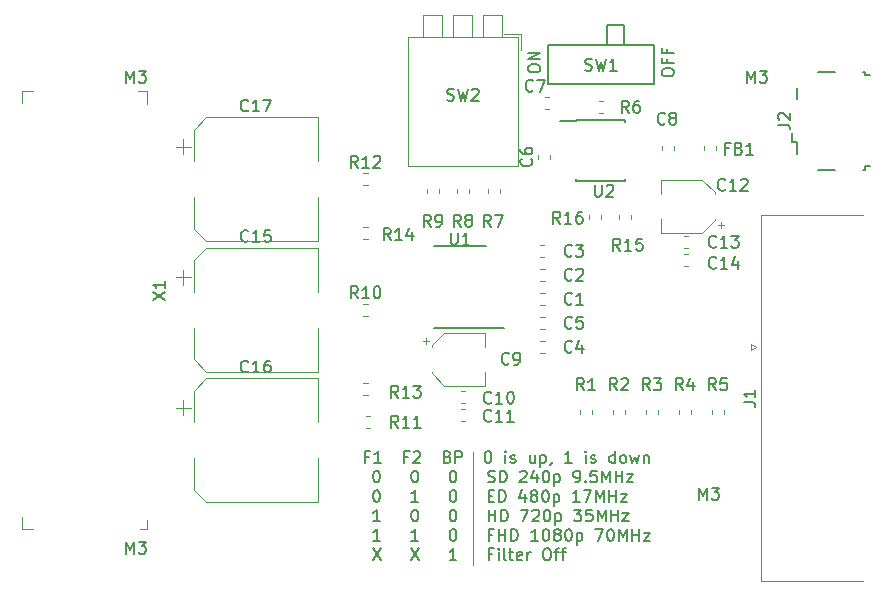
<source format=gto>
G04 #@! TF.GenerationSoftware,KiCad,Pcbnew,(5.1.0)-1*
G04 #@! TF.CreationDate,2019-03-24T00:08:19-04:00*
G04 #@! TF.ProjectId,vga2dvi,76676132-6476-4692-9e6b-696361645f70,rev?*
G04 #@! TF.SameCoordinates,Original*
G04 #@! TF.FileFunction,Legend,Top*
G04 #@! TF.FilePolarity,Positive*
%FSLAX46Y46*%
G04 Gerber Fmt 4.6, Leading zero omitted, Abs format (unit mm)*
G04 Created by KiCad (PCBNEW (5.1.0)-1) date 2019-03-24 00:08:19*
%MOMM*%
%LPD*%
G04 APERTURE LIST*
%ADD10C,0.120000*%
%ADD11C,0.150000*%
%ADD12C,0.127000*%
%ADD13C,0.100000*%
G04 APERTURE END LIST*
D10*
X130175000Y-115570000D02*
X130175000Y-125095000D01*
D11*
X121318928Y-115945571D02*
X120985595Y-115945571D01*
X120985595Y-116469380D02*
X120985595Y-115469380D01*
X121461785Y-115469380D01*
X122366547Y-116469380D02*
X121795119Y-116469380D01*
X122080833Y-116469380D02*
X122080833Y-115469380D01*
X121985595Y-115612238D01*
X121890357Y-115707476D01*
X121795119Y-115755095D01*
X124652261Y-115945571D02*
X124318928Y-115945571D01*
X124318928Y-116469380D02*
X124318928Y-115469380D01*
X124795119Y-115469380D01*
X125128452Y-115564619D02*
X125176071Y-115517000D01*
X125271309Y-115469380D01*
X125509404Y-115469380D01*
X125604642Y-115517000D01*
X125652261Y-115564619D01*
X125699880Y-115659857D01*
X125699880Y-115755095D01*
X125652261Y-115897952D01*
X125080833Y-116469380D01*
X125699880Y-116469380D01*
X127985595Y-115945571D02*
X128128452Y-115993190D01*
X128176071Y-116040809D01*
X128223690Y-116136047D01*
X128223690Y-116278904D01*
X128176071Y-116374142D01*
X128128452Y-116421761D01*
X128033214Y-116469380D01*
X127652261Y-116469380D01*
X127652261Y-115469380D01*
X127985595Y-115469380D01*
X128080833Y-115517000D01*
X128128452Y-115564619D01*
X128176071Y-115659857D01*
X128176071Y-115755095D01*
X128128452Y-115850333D01*
X128080833Y-115897952D01*
X127985595Y-115945571D01*
X127652261Y-115945571D01*
X128652261Y-116469380D02*
X128652261Y-115469380D01*
X129033214Y-115469380D01*
X129128452Y-115517000D01*
X129176071Y-115564619D01*
X129223690Y-115659857D01*
X129223690Y-115802714D01*
X129176071Y-115897952D01*
X129128452Y-115945571D01*
X129033214Y-115993190D01*
X128652261Y-115993190D01*
X131366547Y-115469380D02*
X131461785Y-115469380D01*
X131557023Y-115517000D01*
X131604642Y-115564619D01*
X131652261Y-115659857D01*
X131699880Y-115850333D01*
X131699880Y-116088428D01*
X131652261Y-116278904D01*
X131604642Y-116374142D01*
X131557023Y-116421761D01*
X131461785Y-116469380D01*
X131366547Y-116469380D01*
X131271309Y-116421761D01*
X131223690Y-116374142D01*
X131176071Y-116278904D01*
X131128452Y-116088428D01*
X131128452Y-115850333D01*
X131176071Y-115659857D01*
X131223690Y-115564619D01*
X131271309Y-115517000D01*
X131366547Y-115469380D01*
X132890357Y-116469380D02*
X132890357Y-115802714D01*
X132890357Y-115469380D02*
X132842738Y-115517000D01*
X132890357Y-115564619D01*
X132937976Y-115517000D01*
X132890357Y-115469380D01*
X132890357Y-115564619D01*
X133318928Y-116421761D02*
X133414166Y-116469380D01*
X133604642Y-116469380D01*
X133699880Y-116421761D01*
X133747500Y-116326523D01*
X133747500Y-116278904D01*
X133699880Y-116183666D01*
X133604642Y-116136047D01*
X133461785Y-116136047D01*
X133366547Y-116088428D01*
X133318928Y-115993190D01*
X133318928Y-115945571D01*
X133366547Y-115850333D01*
X133461785Y-115802714D01*
X133604642Y-115802714D01*
X133699880Y-115850333D01*
X135366547Y-115802714D02*
X135366547Y-116469380D01*
X134937976Y-115802714D02*
X134937976Y-116326523D01*
X134985595Y-116421761D01*
X135080833Y-116469380D01*
X135223690Y-116469380D01*
X135318928Y-116421761D01*
X135366547Y-116374142D01*
X135842738Y-115802714D02*
X135842738Y-116802714D01*
X135842738Y-115850333D02*
X135937976Y-115802714D01*
X136128452Y-115802714D01*
X136223690Y-115850333D01*
X136271309Y-115897952D01*
X136318928Y-115993190D01*
X136318928Y-116278904D01*
X136271309Y-116374142D01*
X136223690Y-116421761D01*
X136128452Y-116469380D01*
X135937976Y-116469380D01*
X135842738Y-116421761D01*
X136795119Y-116421761D02*
X136795119Y-116469380D01*
X136747500Y-116564619D01*
X136699880Y-116612238D01*
X138509404Y-116469380D02*
X137937976Y-116469380D01*
X138223690Y-116469380D02*
X138223690Y-115469380D01*
X138128452Y-115612238D01*
X138033214Y-115707476D01*
X137937976Y-115755095D01*
X139699880Y-116469380D02*
X139699880Y-115802714D01*
X139699880Y-115469380D02*
X139652261Y-115517000D01*
X139699880Y-115564619D01*
X139747500Y-115517000D01*
X139699880Y-115469380D01*
X139699880Y-115564619D01*
X140128452Y-116421761D02*
X140223690Y-116469380D01*
X140414166Y-116469380D01*
X140509404Y-116421761D01*
X140557023Y-116326523D01*
X140557023Y-116278904D01*
X140509404Y-116183666D01*
X140414166Y-116136047D01*
X140271309Y-116136047D01*
X140176071Y-116088428D01*
X140128452Y-115993190D01*
X140128452Y-115945571D01*
X140176071Y-115850333D01*
X140271309Y-115802714D01*
X140414166Y-115802714D01*
X140509404Y-115850333D01*
X142176071Y-116469380D02*
X142176071Y-115469380D01*
X142176071Y-116421761D02*
X142080833Y-116469380D01*
X141890357Y-116469380D01*
X141795119Y-116421761D01*
X141747500Y-116374142D01*
X141699880Y-116278904D01*
X141699880Y-115993190D01*
X141747500Y-115897952D01*
X141795119Y-115850333D01*
X141890357Y-115802714D01*
X142080833Y-115802714D01*
X142176071Y-115850333D01*
X142795119Y-116469380D02*
X142699880Y-116421761D01*
X142652261Y-116374142D01*
X142604642Y-116278904D01*
X142604642Y-115993190D01*
X142652261Y-115897952D01*
X142699880Y-115850333D01*
X142795119Y-115802714D01*
X142937976Y-115802714D01*
X143033214Y-115850333D01*
X143080833Y-115897952D01*
X143128452Y-115993190D01*
X143128452Y-116278904D01*
X143080833Y-116374142D01*
X143033214Y-116421761D01*
X142937976Y-116469380D01*
X142795119Y-116469380D01*
X143461785Y-115802714D02*
X143652261Y-116469380D01*
X143842738Y-115993190D01*
X144033214Y-116469380D01*
X144223690Y-115802714D01*
X144604642Y-115802714D02*
X144604642Y-116469380D01*
X144604642Y-115897952D02*
X144652261Y-115850333D01*
X144747500Y-115802714D01*
X144890357Y-115802714D01*
X144985595Y-115850333D01*
X145033214Y-115945571D01*
X145033214Y-116469380D01*
X121937976Y-117119380D02*
X122033214Y-117119380D01*
X122128452Y-117167000D01*
X122176071Y-117214619D01*
X122223690Y-117309857D01*
X122271309Y-117500333D01*
X122271309Y-117738428D01*
X122223690Y-117928904D01*
X122176071Y-118024142D01*
X122128452Y-118071761D01*
X122033214Y-118119380D01*
X121937976Y-118119380D01*
X121842738Y-118071761D01*
X121795119Y-118024142D01*
X121747500Y-117928904D01*
X121699880Y-117738428D01*
X121699880Y-117500333D01*
X121747500Y-117309857D01*
X121795119Y-117214619D01*
X121842738Y-117167000D01*
X121937976Y-117119380D01*
X125176071Y-117119380D02*
X125271309Y-117119380D01*
X125366547Y-117167000D01*
X125414166Y-117214619D01*
X125461785Y-117309857D01*
X125509404Y-117500333D01*
X125509404Y-117738428D01*
X125461785Y-117928904D01*
X125414166Y-118024142D01*
X125366547Y-118071761D01*
X125271309Y-118119380D01*
X125176071Y-118119380D01*
X125080833Y-118071761D01*
X125033214Y-118024142D01*
X124985595Y-117928904D01*
X124937976Y-117738428D01*
X124937976Y-117500333D01*
X124985595Y-117309857D01*
X125033214Y-117214619D01*
X125080833Y-117167000D01*
X125176071Y-117119380D01*
X128414166Y-117119380D02*
X128509404Y-117119380D01*
X128604642Y-117167000D01*
X128652261Y-117214619D01*
X128699880Y-117309857D01*
X128747500Y-117500333D01*
X128747500Y-117738428D01*
X128699880Y-117928904D01*
X128652261Y-118024142D01*
X128604642Y-118071761D01*
X128509404Y-118119380D01*
X128414166Y-118119380D01*
X128318928Y-118071761D01*
X128271309Y-118024142D01*
X128223690Y-117928904D01*
X128176071Y-117738428D01*
X128176071Y-117500333D01*
X128223690Y-117309857D01*
X128271309Y-117214619D01*
X128318928Y-117167000D01*
X128414166Y-117119380D01*
X131414166Y-118071761D02*
X131557023Y-118119380D01*
X131795119Y-118119380D01*
X131890357Y-118071761D01*
X131937976Y-118024142D01*
X131985595Y-117928904D01*
X131985595Y-117833666D01*
X131937976Y-117738428D01*
X131890357Y-117690809D01*
X131795119Y-117643190D01*
X131604642Y-117595571D01*
X131509404Y-117547952D01*
X131461785Y-117500333D01*
X131414166Y-117405095D01*
X131414166Y-117309857D01*
X131461785Y-117214619D01*
X131509404Y-117167000D01*
X131604642Y-117119380D01*
X131842738Y-117119380D01*
X131985595Y-117167000D01*
X132414166Y-118119380D02*
X132414166Y-117119380D01*
X132652261Y-117119380D01*
X132795119Y-117167000D01*
X132890357Y-117262238D01*
X132937976Y-117357476D01*
X132985595Y-117547952D01*
X132985595Y-117690809D01*
X132937976Y-117881285D01*
X132890357Y-117976523D01*
X132795119Y-118071761D01*
X132652261Y-118119380D01*
X132414166Y-118119380D01*
X134128452Y-117214619D02*
X134176071Y-117167000D01*
X134271309Y-117119380D01*
X134509404Y-117119380D01*
X134604642Y-117167000D01*
X134652261Y-117214619D01*
X134699880Y-117309857D01*
X134699880Y-117405095D01*
X134652261Y-117547952D01*
X134080833Y-118119380D01*
X134699880Y-118119380D01*
X135557023Y-117452714D02*
X135557023Y-118119380D01*
X135318928Y-117071761D02*
X135080833Y-117786047D01*
X135699880Y-117786047D01*
X136271309Y-117119380D02*
X136366547Y-117119380D01*
X136461785Y-117167000D01*
X136509404Y-117214619D01*
X136557023Y-117309857D01*
X136604642Y-117500333D01*
X136604642Y-117738428D01*
X136557023Y-117928904D01*
X136509404Y-118024142D01*
X136461785Y-118071761D01*
X136366547Y-118119380D01*
X136271309Y-118119380D01*
X136176071Y-118071761D01*
X136128452Y-118024142D01*
X136080833Y-117928904D01*
X136033214Y-117738428D01*
X136033214Y-117500333D01*
X136080833Y-117309857D01*
X136128452Y-117214619D01*
X136176071Y-117167000D01*
X136271309Y-117119380D01*
X137033214Y-117452714D02*
X137033214Y-118452714D01*
X137033214Y-117500333D02*
X137128452Y-117452714D01*
X137318928Y-117452714D01*
X137414166Y-117500333D01*
X137461785Y-117547952D01*
X137509404Y-117643190D01*
X137509404Y-117928904D01*
X137461785Y-118024142D01*
X137414166Y-118071761D01*
X137318928Y-118119380D01*
X137128452Y-118119380D01*
X137033214Y-118071761D01*
X138747500Y-118119380D02*
X138937976Y-118119380D01*
X139033214Y-118071761D01*
X139080833Y-118024142D01*
X139176071Y-117881285D01*
X139223690Y-117690809D01*
X139223690Y-117309857D01*
X139176071Y-117214619D01*
X139128452Y-117167000D01*
X139033214Y-117119380D01*
X138842738Y-117119380D01*
X138747500Y-117167000D01*
X138699880Y-117214619D01*
X138652261Y-117309857D01*
X138652261Y-117547952D01*
X138699880Y-117643190D01*
X138747500Y-117690809D01*
X138842738Y-117738428D01*
X139033214Y-117738428D01*
X139128452Y-117690809D01*
X139176071Y-117643190D01*
X139223690Y-117547952D01*
X139652261Y-118024142D02*
X139699880Y-118071761D01*
X139652261Y-118119380D01*
X139604642Y-118071761D01*
X139652261Y-118024142D01*
X139652261Y-118119380D01*
X140604642Y-117119380D02*
X140128452Y-117119380D01*
X140080833Y-117595571D01*
X140128452Y-117547952D01*
X140223690Y-117500333D01*
X140461785Y-117500333D01*
X140557023Y-117547952D01*
X140604642Y-117595571D01*
X140652261Y-117690809D01*
X140652261Y-117928904D01*
X140604642Y-118024142D01*
X140557023Y-118071761D01*
X140461785Y-118119380D01*
X140223690Y-118119380D01*
X140128452Y-118071761D01*
X140080833Y-118024142D01*
X141080833Y-118119380D02*
X141080833Y-117119380D01*
X141414166Y-117833666D01*
X141747500Y-117119380D01*
X141747500Y-118119380D01*
X142223690Y-118119380D02*
X142223690Y-117119380D01*
X142223690Y-117595571D02*
X142795119Y-117595571D01*
X142795119Y-118119380D02*
X142795119Y-117119380D01*
X143176071Y-117452714D02*
X143699880Y-117452714D01*
X143176071Y-118119380D01*
X143699880Y-118119380D01*
X121937976Y-118769380D02*
X122033214Y-118769380D01*
X122128452Y-118817000D01*
X122176071Y-118864619D01*
X122223690Y-118959857D01*
X122271309Y-119150333D01*
X122271309Y-119388428D01*
X122223690Y-119578904D01*
X122176071Y-119674142D01*
X122128452Y-119721761D01*
X122033214Y-119769380D01*
X121937976Y-119769380D01*
X121842738Y-119721761D01*
X121795119Y-119674142D01*
X121747500Y-119578904D01*
X121699880Y-119388428D01*
X121699880Y-119150333D01*
X121747500Y-118959857D01*
X121795119Y-118864619D01*
X121842738Y-118817000D01*
X121937976Y-118769380D01*
X125509404Y-119769380D02*
X124937976Y-119769380D01*
X125223690Y-119769380D02*
X125223690Y-118769380D01*
X125128452Y-118912238D01*
X125033214Y-119007476D01*
X124937976Y-119055095D01*
X128414166Y-118769380D02*
X128509404Y-118769380D01*
X128604642Y-118817000D01*
X128652261Y-118864619D01*
X128699880Y-118959857D01*
X128747500Y-119150333D01*
X128747500Y-119388428D01*
X128699880Y-119578904D01*
X128652261Y-119674142D01*
X128604642Y-119721761D01*
X128509404Y-119769380D01*
X128414166Y-119769380D01*
X128318928Y-119721761D01*
X128271309Y-119674142D01*
X128223690Y-119578904D01*
X128176071Y-119388428D01*
X128176071Y-119150333D01*
X128223690Y-118959857D01*
X128271309Y-118864619D01*
X128318928Y-118817000D01*
X128414166Y-118769380D01*
X131461785Y-119245571D02*
X131795119Y-119245571D01*
X131937976Y-119769380D02*
X131461785Y-119769380D01*
X131461785Y-118769380D01*
X131937976Y-118769380D01*
X132366547Y-119769380D02*
X132366547Y-118769380D01*
X132604642Y-118769380D01*
X132747500Y-118817000D01*
X132842738Y-118912238D01*
X132890357Y-119007476D01*
X132937976Y-119197952D01*
X132937976Y-119340809D01*
X132890357Y-119531285D01*
X132842738Y-119626523D01*
X132747500Y-119721761D01*
X132604642Y-119769380D01*
X132366547Y-119769380D01*
X134557023Y-119102714D02*
X134557023Y-119769380D01*
X134318928Y-118721761D02*
X134080833Y-119436047D01*
X134699880Y-119436047D01*
X135223690Y-119197952D02*
X135128452Y-119150333D01*
X135080833Y-119102714D01*
X135033214Y-119007476D01*
X135033214Y-118959857D01*
X135080833Y-118864619D01*
X135128452Y-118817000D01*
X135223690Y-118769380D01*
X135414166Y-118769380D01*
X135509404Y-118817000D01*
X135557023Y-118864619D01*
X135604642Y-118959857D01*
X135604642Y-119007476D01*
X135557023Y-119102714D01*
X135509404Y-119150333D01*
X135414166Y-119197952D01*
X135223690Y-119197952D01*
X135128452Y-119245571D01*
X135080833Y-119293190D01*
X135033214Y-119388428D01*
X135033214Y-119578904D01*
X135080833Y-119674142D01*
X135128452Y-119721761D01*
X135223690Y-119769380D01*
X135414166Y-119769380D01*
X135509404Y-119721761D01*
X135557023Y-119674142D01*
X135604642Y-119578904D01*
X135604642Y-119388428D01*
X135557023Y-119293190D01*
X135509404Y-119245571D01*
X135414166Y-119197952D01*
X136223690Y-118769380D02*
X136318928Y-118769380D01*
X136414166Y-118817000D01*
X136461785Y-118864619D01*
X136509404Y-118959857D01*
X136557023Y-119150333D01*
X136557023Y-119388428D01*
X136509404Y-119578904D01*
X136461785Y-119674142D01*
X136414166Y-119721761D01*
X136318928Y-119769380D01*
X136223690Y-119769380D01*
X136128452Y-119721761D01*
X136080833Y-119674142D01*
X136033214Y-119578904D01*
X135985595Y-119388428D01*
X135985595Y-119150333D01*
X136033214Y-118959857D01*
X136080833Y-118864619D01*
X136128452Y-118817000D01*
X136223690Y-118769380D01*
X136985595Y-119102714D02*
X136985595Y-120102714D01*
X136985595Y-119150333D02*
X137080833Y-119102714D01*
X137271309Y-119102714D01*
X137366547Y-119150333D01*
X137414166Y-119197952D01*
X137461785Y-119293190D01*
X137461785Y-119578904D01*
X137414166Y-119674142D01*
X137366547Y-119721761D01*
X137271309Y-119769380D01*
X137080833Y-119769380D01*
X136985595Y-119721761D01*
X139176071Y-119769380D02*
X138604642Y-119769380D01*
X138890357Y-119769380D02*
X138890357Y-118769380D01*
X138795119Y-118912238D01*
X138699880Y-119007476D01*
X138604642Y-119055095D01*
X139509404Y-118769380D02*
X140176071Y-118769380D01*
X139747500Y-119769380D01*
X140557023Y-119769380D02*
X140557023Y-118769380D01*
X140890357Y-119483666D01*
X141223690Y-118769380D01*
X141223690Y-119769380D01*
X141699880Y-119769380D02*
X141699880Y-118769380D01*
X141699880Y-119245571D02*
X142271309Y-119245571D01*
X142271309Y-119769380D02*
X142271309Y-118769380D01*
X142652261Y-119102714D02*
X143176071Y-119102714D01*
X142652261Y-119769380D01*
X143176071Y-119769380D01*
X122271309Y-121419380D02*
X121699880Y-121419380D01*
X121985595Y-121419380D02*
X121985595Y-120419380D01*
X121890357Y-120562238D01*
X121795119Y-120657476D01*
X121699880Y-120705095D01*
X125176071Y-120419380D02*
X125271309Y-120419380D01*
X125366547Y-120467000D01*
X125414166Y-120514619D01*
X125461785Y-120609857D01*
X125509404Y-120800333D01*
X125509404Y-121038428D01*
X125461785Y-121228904D01*
X125414166Y-121324142D01*
X125366547Y-121371761D01*
X125271309Y-121419380D01*
X125176071Y-121419380D01*
X125080833Y-121371761D01*
X125033214Y-121324142D01*
X124985595Y-121228904D01*
X124937976Y-121038428D01*
X124937976Y-120800333D01*
X124985595Y-120609857D01*
X125033214Y-120514619D01*
X125080833Y-120467000D01*
X125176071Y-120419380D01*
X128414166Y-120419380D02*
X128509404Y-120419380D01*
X128604642Y-120467000D01*
X128652261Y-120514619D01*
X128699880Y-120609857D01*
X128747500Y-120800333D01*
X128747500Y-121038428D01*
X128699880Y-121228904D01*
X128652261Y-121324142D01*
X128604642Y-121371761D01*
X128509404Y-121419380D01*
X128414166Y-121419380D01*
X128318928Y-121371761D01*
X128271309Y-121324142D01*
X128223690Y-121228904D01*
X128176071Y-121038428D01*
X128176071Y-120800333D01*
X128223690Y-120609857D01*
X128271309Y-120514619D01*
X128318928Y-120467000D01*
X128414166Y-120419380D01*
X131461785Y-121419380D02*
X131461785Y-120419380D01*
X131461785Y-120895571D02*
X132033214Y-120895571D01*
X132033214Y-121419380D02*
X132033214Y-120419380D01*
X132509404Y-121419380D02*
X132509404Y-120419380D01*
X132747500Y-120419380D01*
X132890357Y-120467000D01*
X132985595Y-120562238D01*
X133033214Y-120657476D01*
X133080833Y-120847952D01*
X133080833Y-120990809D01*
X133033214Y-121181285D01*
X132985595Y-121276523D01*
X132890357Y-121371761D01*
X132747500Y-121419380D01*
X132509404Y-121419380D01*
X134176071Y-120419380D02*
X134842738Y-120419380D01*
X134414166Y-121419380D01*
X135176071Y-120514619D02*
X135223690Y-120467000D01*
X135318928Y-120419380D01*
X135557023Y-120419380D01*
X135652261Y-120467000D01*
X135699880Y-120514619D01*
X135747500Y-120609857D01*
X135747500Y-120705095D01*
X135699880Y-120847952D01*
X135128452Y-121419380D01*
X135747500Y-121419380D01*
X136366547Y-120419380D02*
X136461785Y-120419380D01*
X136557023Y-120467000D01*
X136604642Y-120514619D01*
X136652261Y-120609857D01*
X136699880Y-120800333D01*
X136699880Y-121038428D01*
X136652261Y-121228904D01*
X136604642Y-121324142D01*
X136557023Y-121371761D01*
X136461785Y-121419380D01*
X136366547Y-121419380D01*
X136271309Y-121371761D01*
X136223690Y-121324142D01*
X136176071Y-121228904D01*
X136128452Y-121038428D01*
X136128452Y-120800333D01*
X136176071Y-120609857D01*
X136223690Y-120514619D01*
X136271309Y-120467000D01*
X136366547Y-120419380D01*
X137128452Y-120752714D02*
X137128452Y-121752714D01*
X137128452Y-120800333D02*
X137223690Y-120752714D01*
X137414166Y-120752714D01*
X137509404Y-120800333D01*
X137557023Y-120847952D01*
X137604642Y-120943190D01*
X137604642Y-121228904D01*
X137557023Y-121324142D01*
X137509404Y-121371761D01*
X137414166Y-121419380D01*
X137223690Y-121419380D01*
X137128452Y-121371761D01*
X138699880Y-120419380D02*
X139318928Y-120419380D01*
X138985595Y-120800333D01*
X139128452Y-120800333D01*
X139223690Y-120847952D01*
X139271309Y-120895571D01*
X139318928Y-120990809D01*
X139318928Y-121228904D01*
X139271309Y-121324142D01*
X139223690Y-121371761D01*
X139128452Y-121419380D01*
X138842738Y-121419380D01*
X138747500Y-121371761D01*
X138699880Y-121324142D01*
X140223690Y-120419380D02*
X139747500Y-120419380D01*
X139699880Y-120895571D01*
X139747500Y-120847952D01*
X139842738Y-120800333D01*
X140080833Y-120800333D01*
X140176071Y-120847952D01*
X140223690Y-120895571D01*
X140271309Y-120990809D01*
X140271309Y-121228904D01*
X140223690Y-121324142D01*
X140176071Y-121371761D01*
X140080833Y-121419380D01*
X139842738Y-121419380D01*
X139747500Y-121371761D01*
X139699880Y-121324142D01*
X140699880Y-121419380D02*
X140699880Y-120419380D01*
X141033214Y-121133666D01*
X141366547Y-120419380D01*
X141366547Y-121419380D01*
X141842738Y-121419380D02*
X141842738Y-120419380D01*
X141842738Y-120895571D02*
X142414166Y-120895571D01*
X142414166Y-121419380D02*
X142414166Y-120419380D01*
X142795119Y-120752714D02*
X143318928Y-120752714D01*
X142795119Y-121419380D01*
X143318928Y-121419380D01*
X122271309Y-123069380D02*
X121699880Y-123069380D01*
X121985595Y-123069380D02*
X121985595Y-122069380D01*
X121890357Y-122212238D01*
X121795119Y-122307476D01*
X121699880Y-122355095D01*
X125509404Y-123069380D02*
X124937976Y-123069380D01*
X125223690Y-123069380D02*
X125223690Y-122069380D01*
X125128452Y-122212238D01*
X125033214Y-122307476D01*
X124937976Y-122355095D01*
X128414166Y-122069380D02*
X128509404Y-122069380D01*
X128604642Y-122117000D01*
X128652261Y-122164619D01*
X128699880Y-122259857D01*
X128747500Y-122450333D01*
X128747500Y-122688428D01*
X128699880Y-122878904D01*
X128652261Y-122974142D01*
X128604642Y-123021761D01*
X128509404Y-123069380D01*
X128414166Y-123069380D01*
X128318928Y-123021761D01*
X128271309Y-122974142D01*
X128223690Y-122878904D01*
X128176071Y-122688428D01*
X128176071Y-122450333D01*
X128223690Y-122259857D01*
X128271309Y-122164619D01*
X128318928Y-122117000D01*
X128414166Y-122069380D01*
X131795119Y-122545571D02*
X131461785Y-122545571D01*
X131461785Y-123069380D02*
X131461785Y-122069380D01*
X131937976Y-122069380D01*
X132318928Y-123069380D02*
X132318928Y-122069380D01*
X132318928Y-122545571D02*
X132890357Y-122545571D01*
X132890357Y-123069380D02*
X132890357Y-122069380D01*
X133366547Y-123069380D02*
X133366547Y-122069380D01*
X133604642Y-122069380D01*
X133747500Y-122117000D01*
X133842738Y-122212238D01*
X133890357Y-122307476D01*
X133937976Y-122497952D01*
X133937976Y-122640809D01*
X133890357Y-122831285D01*
X133842738Y-122926523D01*
X133747500Y-123021761D01*
X133604642Y-123069380D01*
X133366547Y-123069380D01*
X135652261Y-123069380D02*
X135080833Y-123069380D01*
X135366547Y-123069380D02*
X135366547Y-122069380D01*
X135271309Y-122212238D01*
X135176071Y-122307476D01*
X135080833Y-122355095D01*
X136271309Y-122069380D02*
X136366547Y-122069380D01*
X136461785Y-122117000D01*
X136509404Y-122164619D01*
X136557023Y-122259857D01*
X136604642Y-122450333D01*
X136604642Y-122688428D01*
X136557023Y-122878904D01*
X136509404Y-122974142D01*
X136461785Y-123021761D01*
X136366547Y-123069380D01*
X136271309Y-123069380D01*
X136176071Y-123021761D01*
X136128452Y-122974142D01*
X136080833Y-122878904D01*
X136033214Y-122688428D01*
X136033214Y-122450333D01*
X136080833Y-122259857D01*
X136128452Y-122164619D01*
X136176071Y-122117000D01*
X136271309Y-122069380D01*
X137176071Y-122497952D02*
X137080833Y-122450333D01*
X137033214Y-122402714D01*
X136985595Y-122307476D01*
X136985595Y-122259857D01*
X137033214Y-122164619D01*
X137080833Y-122117000D01*
X137176071Y-122069380D01*
X137366547Y-122069380D01*
X137461785Y-122117000D01*
X137509404Y-122164619D01*
X137557023Y-122259857D01*
X137557023Y-122307476D01*
X137509404Y-122402714D01*
X137461785Y-122450333D01*
X137366547Y-122497952D01*
X137176071Y-122497952D01*
X137080833Y-122545571D01*
X137033214Y-122593190D01*
X136985595Y-122688428D01*
X136985595Y-122878904D01*
X137033214Y-122974142D01*
X137080833Y-123021761D01*
X137176071Y-123069380D01*
X137366547Y-123069380D01*
X137461785Y-123021761D01*
X137509404Y-122974142D01*
X137557023Y-122878904D01*
X137557023Y-122688428D01*
X137509404Y-122593190D01*
X137461785Y-122545571D01*
X137366547Y-122497952D01*
X138176071Y-122069380D02*
X138271309Y-122069380D01*
X138366547Y-122117000D01*
X138414166Y-122164619D01*
X138461785Y-122259857D01*
X138509404Y-122450333D01*
X138509404Y-122688428D01*
X138461785Y-122878904D01*
X138414166Y-122974142D01*
X138366547Y-123021761D01*
X138271309Y-123069380D01*
X138176071Y-123069380D01*
X138080833Y-123021761D01*
X138033214Y-122974142D01*
X137985595Y-122878904D01*
X137937976Y-122688428D01*
X137937976Y-122450333D01*
X137985595Y-122259857D01*
X138033214Y-122164619D01*
X138080833Y-122117000D01*
X138176071Y-122069380D01*
X138937976Y-122402714D02*
X138937976Y-123402714D01*
X138937976Y-122450333D02*
X139033214Y-122402714D01*
X139223690Y-122402714D01*
X139318928Y-122450333D01*
X139366547Y-122497952D01*
X139414166Y-122593190D01*
X139414166Y-122878904D01*
X139366547Y-122974142D01*
X139318928Y-123021761D01*
X139223690Y-123069380D01*
X139033214Y-123069380D01*
X138937976Y-123021761D01*
X140509404Y-122069380D02*
X141176071Y-122069380D01*
X140747500Y-123069380D01*
X141747500Y-122069380D02*
X141842738Y-122069380D01*
X141937976Y-122117000D01*
X141985595Y-122164619D01*
X142033214Y-122259857D01*
X142080833Y-122450333D01*
X142080833Y-122688428D01*
X142033214Y-122878904D01*
X141985595Y-122974142D01*
X141937976Y-123021761D01*
X141842738Y-123069380D01*
X141747500Y-123069380D01*
X141652261Y-123021761D01*
X141604642Y-122974142D01*
X141557023Y-122878904D01*
X141509404Y-122688428D01*
X141509404Y-122450333D01*
X141557023Y-122259857D01*
X141604642Y-122164619D01*
X141652261Y-122117000D01*
X141747500Y-122069380D01*
X142509404Y-123069380D02*
X142509404Y-122069380D01*
X142842738Y-122783666D01*
X143176071Y-122069380D01*
X143176071Y-123069380D01*
X143652261Y-123069380D02*
X143652261Y-122069380D01*
X143652261Y-122545571D02*
X144223690Y-122545571D01*
X144223690Y-123069380D02*
X144223690Y-122069380D01*
X144604642Y-122402714D02*
X145128452Y-122402714D01*
X144604642Y-123069380D01*
X145128452Y-123069380D01*
X121652261Y-123719380D02*
X122318928Y-124719380D01*
X122318928Y-123719380D02*
X121652261Y-124719380D01*
X124890357Y-123719380D02*
X125557023Y-124719380D01*
X125557023Y-123719380D02*
X124890357Y-124719380D01*
X128747500Y-124719380D02*
X128176071Y-124719380D01*
X128461785Y-124719380D02*
X128461785Y-123719380D01*
X128366547Y-123862238D01*
X128271309Y-123957476D01*
X128176071Y-124005095D01*
X131795119Y-124195571D02*
X131461785Y-124195571D01*
X131461785Y-124719380D02*
X131461785Y-123719380D01*
X131937976Y-123719380D01*
X132318928Y-124719380D02*
X132318928Y-124052714D01*
X132318928Y-123719380D02*
X132271309Y-123767000D01*
X132318928Y-123814619D01*
X132366547Y-123767000D01*
X132318928Y-123719380D01*
X132318928Y-123814619D01*
X132937976Y-124719380D02*
X132842738Y-124671761D01*
X132795119Y-124576523D01*
X132795119Y-123719380D01*
X133176071Y-124052714D02*
X133557023Y-124052714D01*
X133318928Y-123719380D02*
X133318928Y-124576523D01*
X133366547Y-124671761D01*
X133461785Y-124719380D01*
X133557023Y-124719380D01*
X134271309Y-124671761D02*
X134176071Y-124719380D01*
X133985595Y-124719380D01*
X133890357Y-124671761D01*
X133842738Y-124576523D01*
X133842738Y-124195571D01*
X133890357Y-124100333D01*
X133985595Y-124052714D01*
X134176071Y-124052714D01*
X134271309Y-124100333D01*
X134318928Y-124195571D01*
X134318928Y-124290809D01*
X133842738Y-124386047D01*
X134747500Y-124719380D02*
X134747500Y-124052714D01*
X134747500Y-124243190D02*
X134795119Y-124147952D01*
X134842738Y-124100333D01*
X134937976Y-124052714D01*
X135033214Y-124052714D01*
X136318928Y-123719380D02*
X136509404Y-123719380D01*
X136604642Y-123767000D01*
X136699880Y-123862238D01*
X136747500Y-124052714D01*
X136747500Y-124386047D01*
X136699880Y-124576523D01*
X136604642Y-124671761D01*
X136509404Y-124719380D01*
X136318928Y-124719380D01*
X136223690Y-124671761D01*
X136128452Y-124576523D01*
X136080833Y-124386047D01*
X136080833Y-124052714D01*
X136128452Y-123862238D01*
X136223690Y-123767000D01*
X136318928Y-123719380D01*
X137033214Y-124052714D02*
X137414166Y-124052714D01*
X137176071Y-124719380D02*
X137176071Y-123862238D01*
X137223690Y-123767000D01*
X137318928Y-123719380D01*
X137414166Y-123719380D01*
X137604642Y-124052714D02*
X137985595Y-124052714D01*
X137747500Y-124719380D02*
X137747500Y-123862238D01*
X137795119Y-123767000D01*
X137890357Y-123719380D01*
X137985595Y-123719380D01*
X146137380Y-83502380D02*
X146137380Y-83311904D01*
X146185000Y-83216666D01*
X146280238Y-83121428D01*
X146470714Y-83073809D01*
X146804047Y-83073809D01*
X146994523Y-83121428D01*
X147089761Y-83216666D01*
X147137380Y-83311904D01*
X147137380Y-83502380D01*
X147089761Y-83597619D01*
X146994523Y-83692857D01*
X146804047Y-83740476D01*
X146470714Y-83740476D01*
X146280238Y-83692857D01*
X146185000Y-83597619D01*
X146137380Y-83502380D01*
X146613571Y-82311904D02*
X146613571Y-82645238D01*
X147137380Y-82645238D02*
X146137380Y-82645238D01*
X146137380Y-82169047D01*
X146613571Y-81454761D02*
X146613571Y-81788095D01*
X147137380Y-81788095D02*
X146137380Y-81788095D01*
X146137380Y-81311904D01*
X134834380Y-83169047D02*
X134834380Y-82978571D01*
X134882000Y-82883333D01*
X134977238Y-82788095D01*
X135167714Y-82740476D01*
X135501047Y-82740476D01*
X135691523Y-82788095D01*
X135786761Y-82883333D01*
X135834380Y-82978571D01*
X135834380Y-83169047D01*
X135786761Y-83264285D01*
X135691523Y-83359523D01*
X135501047Y-83407142D01*
X135167714Y-83407142D01*
X134977238Y-83359523D01*
X134882000Y-83264285D01*
X134834380Y-83169047D01*
X135834380Y-82311904D02*
X134834380Y-82311904D01*
X135834380Y-81740476D01*
X134834380Y-81740476D01*
X139636666Y-83208761D02*
X139779523Y-83256380D01*
X140017619Y-83256380D01*
X140112857Y-83208761D01*
X140160476Y-83161142D01*
X140208095Y-83065904D01*
X140208095Y-82970666D01*
X140160476Y-82875428D01*
X140112857Y-82827809D01*
X140017619Y-82780190D01*
X139827142Y-82732571D01*
X139731904Y-82684952D01*
X139684285Y-82637333D01*
X139636666Y-82542095D01*
X139636666Y-82446857D01*
X139684285Y-82351619D01*
X139731904Y-82304000D01*
X139827142Y-82256380D01*
X140065238Y-82256380D01*
X140208095Y-82304000D01*
X140541428Y-82256380D02*
X140779523Y-83256380D01*
X140970000Y-82542095D01*
X141160476Y-83256380D01*
X141398571Y-82256380D01*
X142303333Y-83256380D02*
X141731904Y-83256380D01*
X142017619Y-83256380D02*
X142017619Y-82256380D01*
X141922380Y-82399238D01*
X141827142Y-82494476D01*
X141731904Y-82542095D01*
D10*
X163140000Y-126480000D02*
X154540000Y-126480000D01*
X154540000Y-126480000D02*
X154540000Y-95510000D01*
X154540000Y-95510000D02*
X163140000Y-95510000D01*
X153645662Y-106930000D02*
X153645662Y-106430000D01*
X153645662Y-106430000D02*
X154078675Y-106680000D01*
X154078675Y-106680000D02*
X153645662Y-106930000D01*
D12*
X145470000Y-84404000D02*
X136470000Y-84404000D01*
X136470000Y-84404000D02*
X136470000Y-81104000D01*
X136470000Y-81104000D02*
X141470000Y-81104000D01*
X141470000Y-81104000D02*
X142970000Y-81104000D01*
X142970000Y-81104000D02*
X145470000Y-81104000D01*
X145470000Y-81104000D02*
X145470000Y-84404000D01*
X142970000Y-81104000D02*
X142970000Y-79404000D01*
X142970000Y-79404000D02*
X141470000Y-79404000D01*
X141470000Y-79404000D02*
X141470000Y-81104000D01*
D10*
X135859733Y-103126000D02*
X136202267Y-103126000D01*
X135859733Y-102106000D02*
X136202267Y-102106000D01*
X135859733Y-100074000D02*
X136202267Y-100074000D01*
X135859733Y-101094000D02*
X136202267Y-101094000D01*
X135831733Y-99062000D02*
X136174267Y-99062000D01*
X135831733Y-98042000D02*
X136174267Y-98042000D01*
X135859733Y-106170000D02*
X136202267Y-106170000D01*
X135859733Y-107190000D02*
X136202267Y-107190000D01*
X135859733Y-105158000D02*
X136202267Y-105158000D01*
X135859733Y-104138000D02*
X136202267Y-104138000D01*
X136654000Y-90736267D02*
X136654000Y-90393733D01*
X135634000Y-90736267D02*
X135634000Y-90393733D01*
X136240733Y-85469000D02*
X136583267Y-85469000D01*
X136240733Y-86489000D02*
X136583267Y-86489000D01*
X146175000Y-89974267D02*
X146175000Y-89631733D01*
X147195000Y-89974267D02*
X147195000Y-89631733D01*
X126155000Y-105886000D02*
X126155000Y-106386000D01*
X125905000Y-106136000D02*
X126405000Y-106136000D01*
X126645000Y-108891563D02*
X127709437Y-109956000D01*
X126645000Y-106500437D02*
X127709437Y-105436000D01*
X126645000Y-106500437D02*
X126645000Y-106636000D01*
X126645000Y-108891563D02*
X126645000Y-108756000D01*
X127709437Y-109956000D02*
X131165000Y-109956000D01*
X127709437Y-105436000D02*
X131165000Y-105436000D01*
X131165000Y-105436000D02*
X131165000Y-106636000D01*
X131165000Y-109956000D02*
X131165000Y-108756000D01*
X129443267Y-110361000D02*
X129100733Y-110361000D01*
X129443267Y-111381000D02*
X129100733Y-111381000D01*
X129457267Y-112905000D02*
X129114733Y-112905000D01*
X129457267Y-111885000D02*
X129114733Y-111885000D01*
X146098000Y-92482000D02*
X146098000Y-93682000D01*
X146098000Y-97002000D02*
X146098000Y-95802000D01*
X149553563Y-97002000D02*
X146098000Y-97002000D01*
X149553563Y-92482000D02*
X146098000Y-92482000D01*
X150618000Y-93546437D02*
X150618000Y-93682000D01*
X150618000Y-95937563D02*
X150618000Y-95802000D01*
X150618000Y-95937563D02*
X149553563Y-97002000D01*
X150618000Y-93546437D02*
X149553563Y-92482000D01*
X151358000Y-96302000D02*
X150858000Y-96302000D01*
X151108000Y-96552000D02*
X151108000Y-96052000D01*
X148023733Y-98300000D02*
X148366267Y-98300000D01*
X148023733Y-97280000D02*
X148366267Y-97280000D01*
X148023733Y-98804000D02*
X148366267Y-98804000D01*
X148023733Y-99824000D02*
X148366267Y-99824000D01*
X117020000Y-108765000D02*
X117020000Y-105015000D01*
X117020000Y-98245000D02*
X117020000Y-101995000D01*
X107564437Y-98245000D02*
X117020000Y-98245000D01*
X107564437Y-108765000D02*
X117020000Y-108765000D01*
X106500000Y-107700563D02*
X106500000Y-105015000D01*
X106500000Y-99309437D02*
X106500000Y-101995000D01*
X106500000Y-99309437D02*
X107564437Y-98245000D01*
X106500000Y-107700563D02*
X107564437Y-108765000D01*
X105010000Y-100745000D02*
X106260000Y-100745000D01*
X105635000Y-100120000D02*
X105635000Y-101370000D01*
X105635000Y-111169000D02*
X105635000Y-112419000D01*
X105010000Y-111794000D02*
X106260000Y-111794000D01*
X106500000Y-118749563D02*
X107564437Y-119814000D01*
X106500000Y-110358437D02*
X107564437Y-109294000D01*
X106500000Y-110358437D02*
X106500000Y-113044000D01*
X106500000Y-118749563D02*
X106500000Y-116064000D01*
X107564437Y-119814000D02*
X117020000Y-119814000D01*
X107564437Y-109294000D02*
X117020000Y-109294000D01*
X117020000Y-109294000D02*
X117020000Y-113044000D01*
X117020000Y-119814000D02*
X117020000Y-116064000D01*
X117020000Y-97716000D02*
X117020000Y-93966000D01*
X117020000Y-87196000D02*
X117020000Y-90946000D01*
X107564437Y-87196000D02*
X117020000Y-87196000D01*
X107564437Y-97716000D02*
X117020000Y-97716000D01*
X106500000Y-96651563D02*
X106500000Y-93966000D01*
X106500000Y-88260437D02*
X106500000Y-90946000D01*
X106500000Y-88260437D02*
X107564437Y-87196000D01*
X106500000Y-96651563D02*
X107564437Y-97716000D01*
X105010000Y-89696000D02*
X106260000Y-89696000D01*
X105635000Y-89071000D02*
X105635000Y-90321000D01*
X149731000Y-89974267D02*
X149731000Y-89631733D01*
X150751000Y-89974267D02*
X150751000Y-89631733D01*
D11*
X159370000Y-91653000D02*
X160770000Y-91653000D01*
X163170000Y-91653000D02*
X163320000Y-91653000D01*
X163320000Y-91653000D02*
X163320000Y-91353000D01*
X163320000Y-91353000D02*
X163770000Y-91353000D01*
X163770000Y-83653000D02*
X163320000Y-83653000D01*
X163320000Y-83653000D02*
X163320000Y-83353000D01*
X163320000Y-83353000D02*
X163170000Y-83353000D01*
X160770000Y-83353000D02*
X159370000Y-83353000D01*
X157195000Y-88578000D02*
X157195000Y-89303000D01*
X157195000Y-89303000D02*
X157620000Y-89303000D01*
X157620000Y-89303000D02*
X157620000Y-90303000D01*
X157620000Y-85703000D02*
X157620000Y-84703000D01*
D10*
X139190000Y-112298267D02*
X139190000Y-111955733D01*
X140210000Y-112298267D02*
X140210000Y-111955733D01*
X141984000Y-112298267D02*
X141984000Y-111955733D01*
X143004000Y-112298267D02*
X143004000Y-111955733D01*
X145798000Y-112298267D02*
X145798000Y-111955733D01*
X144778000Y-112298267D02*
X144778000Y-111955733D01*
X148592000Y-112326267D02*
X148592000Y-111983733D01*
X147572000Y-112326267D02*
X147572000Y-111983733D01*
X150366000Y-112298267D02*
X150366000Y-111955733D01*
X151386000Y-112298267D02*
X151386000Y-111955733D01*
X140812733Y-86870000D02*
X141155267Y-86870000D01*
X140812733Y-85850000D02*
X141155267Y-85850000D01*
X132463000Y-93314733D02*
X132463000Y-93657267D01*
X131443000Y-93314733D02*
X131443000Y-93657267D01*
X128776000Y-93286733D02*
X128776000Y-93629267D01*
X129796000Y-93286733D02*
X129796000Y-93629267D01*
X126236000Y-93314733D02*
X126236000Y-93657267D01*
X127256000Y-93314733D02*
X127256000Y-93657267D01*
X120873733Y-102995000D02*
X121216267Y-102995000D01*
X120873733Y-104015000D02*
X121216267Y-104015000D01*
X121099733Y-113540000D02*
X121442267Y-113540000D01*
X121099733Y-112520000D02*
X121442267Y-112520000D01*
X120873733Y-91946000D02*
X121216267Y-91946000D01*
X120873733Y-92966000D02*
X121216267Y-92966000D01*
X120873733Y-109726000D02*
X121216267Y-109726000D01*
X120873733Y-110746000D02*
X121216267Y-110746000D01*
X120873733Y-97538000D02*
X121216267Y-97538000D01*
X120873733Y-96518000D02*
X121216267Y-96518000D01*
X143512000Y-95473733D02*
X143512000Y-95816267D01*
X142492000Y-95473733D02*
X142492000Y-95816267D01*
X139952000Y-95473733D02*
X139952000Y-95816267D01*
X140972000Y-95473733D02*
X140972000Y-95816267D01*
X133936000Y-80392000D02*
X133936000Y-91312000D01*
X124636000Y-80392000D02*
X124636000Y-91312000D01*
X133936000Y-80392000D02*
X124636000Y-80392000D01*
X133936000Y-91312000D02*
X124636000Y-91312000D01*
X134176000Y-80152000D02*
X134176000Y-81535000D01*
X134176000Y-80152000D02*
X132793000Y-80152000D01*
X132636000Y-78532000D02*
X132636000Y-80392000D01*
X131016000Y-78532000D02*
X131016000Y-80392000D01*
X132636000Y-78532000D02*
X131016000Y-78532000D01*
X132636000Y-80392000D02*
X131016000Y-80392000D01*
X130096000Y-78532000D02*
X130096000Y-80392000D01*
X128476000Y-78532000D02*
X128476000Y-80392000D01*
X130096000Y-78532000D02*
X128476000Y-78532000D01*
X130096000Y-80392000D02*
X128476000Y-80392000D01*
X127556000Y-78532000D02*
X127556000Y-80392000D01*
X125936000Y-78532000D02*
X125936000Y-80392000D01*
X127556000Y-78532000D02*
X125936000Y-78532000D01*
X127556000Y-80392000D02*
X125936000Y-80392000D01*
D11*
X131257000Y-98150000D02*
X126807000Y-98150000D01*
X132782000Y-105050000D02*
X126807000Y-105050000D01*
X138895000Y-87468000D02*
X138895000Y-87518000D01*
X143045000Y-87468000D02*
X143045000Y-87613000D01*
X143045000Y-92618000D02*
X143045000Y-92473000D01*
X138895000Y-92618000D02*
X138895000Y-92473000D01*
X138895000Y-87468000D02*
X143045000Y-87468000D01*
X138895000Y-92618000D02*
X143045000Y-92618000D01*
X138895000Y-87518000D02*
X137495000Y-87518000D01*
D13*
X92900000Y-122055000D02*
X91950000Y-122055000D01*
X91950000Y-122055000D02*
X91950000Y-121030000D01*
X92925000Y-85005000D02*
X91950000Y-85005000D01*
X91950000Y-85005000D02*
X91950000Y-86030000D01*
X102575000Y-86055000D02*
X102575000Y-85005000D01*
X102575000Y-85005000D02*
X101825000Y-85005000D01*
X102575000Y-121330000D02*
X102575000Y-122055000D01*
X102575000Y-122055000D02*
X101950000Y-122055000D01*
D11*
X153368476Y-84272380D02*
X153368476Y-83272380D01*
X153701809Y-83986666D01*
X154035142Y-83272380D01*
X154035142Y-84272380D01*
X154416095Y-83272380D02*
X155035142Y-83272380D01*
X154701809Y-83653333D01*
X154844666Y-83653333D01*
X154939904Y-83700952D01*
X154987523Y-83748571D01*
X155035142Y-83843809D01*
X155035142Y-84081904D01*
X154987523Y-84177142D01*
X154939904Y-84224761D01*
X154844666Y-84272380D01*
X154558952Y-84272380D01*
X154463714Y-84224761D01*
X154416095Y-84177142D01*
X149304476Y-119578380D02*
X149304476Y-118578380D01*
X149637809Y-119292666D01*
X149971142Y-118578380D01*
X149971142Y-119578380D01*
X150352095Y-118578380D02*
X150971142Y-118578380D01*
X150637809Y-118959333D01*
X150780666Y-118959333D01*
X150875904Y-119006952D01*
X150923523Y-119054571D01*
X150971142Y-119149809D01*
X150971142Y-119387904D01*
X150923523Y-119483142D01*
X150875904Y-119530761D01*
X150780666Y-119578380D01*
X150494952Y-119578380D01*
X150399714Y-119530761D01*
X150352095Y-119483142D01*
X100790476Y-84272380D02*
X100790476Y-83272380D01*
X101123809Y-83986666D01*
X101457142Y-83272380D01*
X101457142Y-84272380D01*
X101838095Y-83272380D02*
X102457142Y-83272380D01*
X102123809Y-83653333D01*
X102266666Y-83653333D01*
X102361904Y-83700952D01*
X102409523Y-83748571D01*
X102457142Y-83843809D01*
X102457142Y-84081904D01*
X102409523Y-84177142D01*
X102361904Y-84224761D01*
X102266666Y-84272380D01*
X101980952Y-84272380D01*
X101885714Y-84224761D01*
X101838095Y-84177142D01*
X100790476Y-124150380D02*
X100790476Y-123150380D01*
X101123809Y-123864666D01*
X101457142Y-123150380D01*
X101457142Y-124150380D01*
X101838095Y-123150380D02*
X102457142Y-123150380D01*
X102123809Y-123531333D01*
X102266666Y-123531333D01*
X102361904Y-123578952D01*
X102409523Y-123626571D01*
X102457142Y-123721809D01*
X102457142Y-123959904D01*
X102409523Y-124055142D01*
X102361904Y-124102761D01*
X102266666Y-124150380D01*
X101980952Y-124150380D01*
X101885714Y-124102761D01*
X101838095Y-124055142D01*
X153052380Y-111328333D02*
X153766666Y-111328333D01*
X153909523Y-111375952D01*
X154004761Y-111471190D01*
X154052380Y-111614047D01*
X154052380Y-111709285D01*
X154052380Y-110328333D02*
X154052380Y-110899761D01*
X154052380Y-110614047D02*
X153052380Y-110614047D01*
X153195238Y-110709285D01*
X153290476Y-110804523D01*
X153338095Y-110899761D01*
X138517333Y-102973142D02*
X138469714Y-103020761D01*
X138326857Y-103068380D01*
X138231619Y-103068380D01*
X138088761Y-103020761D01*
X137993523Y-102925523D01*
X137945904Y-102830285D01*
X137898285Y-102639809D01*
X137898285Y-102496952D01*
X137945904Y-102306476D01*
X137993523Y-102211238D01*
X138088761Y-102116000D01*
X138231619Y-102068380D01*
X138326857Y-102068380D01*
X138469714Y-102116000D01*
X138517333Y-102163619D01*
X139469714Y-103068380D02*
X138898285Y-103068380D01*
X139184000Y-103068380D02*
X139184000Y-102068380D01*
X139088761Y-102211238D01*
X138993523Y-102306476D01*
X138898285Y-102354095D01*
X138517333Y-100941142D02*
X138469714Y-100988761D01*
X138326857Y-101036380D01*
X138231619Y-101036380D01*
X138088761Y-100988761D01*
X137993523Y-100893523D01*
X137945904Y-100798285D01*
X137898285Y-100607809D01*
X137898285Y-100464952D01*
X137945904Y-100274476D01*
X137993523Y-100179238D01*
X138088761Y-100084000D01*
X138231619Y-100036380D01*
X138326857Y-100036380D01*
X138469714Y-100084000D01*
X138517333Y-100131619D01*
X138898285Y-100131619D02*
X138945904Y-100084000D01*
X139041142Y-100036380D01*
X139279238Y-100036380D01*
X139374476Y-100084000D01*
X139422095Y-100131619D01*
X139469714Y-100226857D01*
X139469714Y-100322095D01*
X139422095Y-100464952D01*
X138850666Y-101036380D01*
X139469714Y-101036380D01*
X138517333Y-98909142D02*
X138469714Y-98956761D01*
X138326857Y-99004380D01*
X138231619Y-99004380D01*
X138088761Y-98956761D01*
X137993523Y-98861523D01*
X137945904Y-98766285D01*
X137898285Y-98575809D01*
X137898285Y-98432952D01*
X137945904Y-98242476D01*
X137993523Y-98147238D01*
X138088761Y-98052000D01*
X138231619Y-98004380D01*
X138326857Y-98004380D01*
X138469714Y-98052000D01*
X138517333Y-98099619D01*
X138850666Y-98004380D02*
X139469714Y-98004380D01*
X139136380Y-98385333D01*
X139279238Y-98385333D01*
X139374476Y-98432952D01*
X139422095Y-98480571D01*
X139469714Y-98575809D01*
X139469714Y-98813904D01*
X139422095Y-98909142D01*
X139374476Y-98956761D01*
X139279238Y-99004380D01*
X138993523Y-99004380D01*
X138898285Y-98956761D01*
X138850666Y-98909142D01*
X138517333Y-107037142D02*
X138469714Y-107084761D01*
X138326857Y-107132380D01*
X138231619Y-107132380D01*
X138088761Y-107084761D01*
X137993523Y-106989523D01*
X137945904Y-106894285D01*
X137898285Y-106703809D01*
X137898285Y-106560952D01*
X137945904Y-106370476D01*
X137993523Y-106275238D01*
X138088761Y-106180000D01*
X138231619Y-106132380D01*
X138326857Y-106132380D01*
X138469714Y-106180000D01*
X138517333Y-106227619D01*
X139374476Y-106465714D02*
X139374476Y-107132380D01*
X139136380Y-106084761D02*
X138898285Y-106799047D01*
X139517333Y-106799047D01*
X138517333Y-105005142D02*
X138469714Y-105052761D01*
X138326857Y-105100380D01*
X138231619Y-105100380D01*
X138088761Y-105052761D01*
X137993523Y-104957523D01*
X137945904Y-104862285D01*
X137898285Y-104671809D01*
X137898285Y-104528952D01*
X137945904Y-104338476D01*
X137993523Y-104243238D01*
X138088761Y-104148000D01*
X138231619Y-104100380D01*
X138326857Y-104100380D01*
X138469714Y-104148000D01*
X138517333Y-104195619D01*
X139422095Y-104100380D02*
X138945904Y-104100380D01*
X138898285Y-104576571D01*
X138945904Y-104528952D01*
X139041142Y-104481333D01*
X139279238Y-104481333D01*
X139374476Y-104528952D01*
X139422095Y-104576571D01*
X139469714Y-104671809D01*
X139469714Y-104909904D01*
X139422095Y-105005142D01*
X139374476Y-105052761D01*
X139279238Y-105100380D01*
X139041142Y-105100380D01*
X138945904Y-105052761D01*
X138898285Y-105005142D01*
X135071142Y-90731666D02*
X135118761Y-90779285D01*
X135166380Y-90922142D01*
X135166380Y-91017380D01*
X135118761Y-91160238D01*
X135023523Y-91255476D01*
X134928285Y-91303095D01*
X134737809Y-91350714D01*
X134594952Y-91350714D01*
X134404476Y-91303095D01*
X134309238Y-91255476D01*
X134214000Y-91160238D01*
X134166380Y-91017380D01*
X134166380Y-90922142D01*
X134214000Y-90779285D01*
X134261619Y-90731666D01*
X134166380Y-89874523D02*
X134166380Y-90065000D01*
X134214000Y-90160238D01*
X134261619Y-90207857D01*
X134404476Y-90303095D01*
X134594952Y-90350714D01*
X134975904Y-90350714D01*
X135071142Y-90303095D01*
X135118761Y-90255476D01*
X135166380Y-90160238D01*
X135166380Y-89969761D01*
X135118761Y-89874523D01*
X135071142Y-89826904D01*
X134975904Y-89779285D01*
X134737809Y-89779285D01*
X134642571Y-89826904D01*
X134594952Y-89874523D01*
X134547333Y-89969761D01*
X134547333Y-90160238D01*
X134594952Y-90255476D01*
X134642571Y-90303095D01*
X134737809Y-90350714D01*
X135215333Y-84939142D02*
X135167714Y-84986761D01*
X135024857Y-85034380D01*
X134929619Y-85034380D01*
X134786761Y-84986761D01*
X134691523Y-84891523D01*
X134643904Y-84796285D01*
X134596285Y-84605809D01*
X134596285Y-84462952D01*
X134643904Y-84272476D01*
X134691523Y-84177238D01*
X134786761Y-84082000D01*
X134929619Y-84034380D01*
X135024857Y-84034380D01*
X135167714Y-84082000D01*
X135215333Y-84129619D01*
X135548666Y-84034380D02*
X136215333Y-84034380D01*
X135786761Y-85034380D01*
X146391333Y-87733142D02*
X146343714Y-87780761D01*
X146200857Y-87828380D01*
X146105619Y-87828380D01*
X145962761Y-87780761D01*
X145867523Y-87685523D01*
X145819904Y-87590285D01*
X145772285Y-87399809D01*
X145772285Y-87256952D01*
X145819904Y-87066476D01*
X145867523Y-86971238D01*
X145962761Y-86876000D01*
X146105619Y-86828380D01*
X146200857Y-86828380D01*
X146343714Y-86876000D01*
X146391333Y-86923619D01*
X146962761Y-87256952D02*
X146867523Y-87209333D01*
X146819904Y-87161714D01*
X146772285Y-87066476D01*
X146772285Y-87018857D01*
X146819904Y-86923619D01*
X146867523Y-86876000D01*
X146962761Y-86828380D01*
X147153238Y-86828380D01*
X147248476Y-86876000D01*
X147296095Y-86923619D01*
X147343714Y-87018857D01*
X147343714Y-87066476D01*
X147296095Y-87161714D01*
X147248476Y-87209333D01*
X147153238Y-87256952D01*
X146962761Y-87256952D01*
X146867523Y-87304571D01*
X146819904Y-87352190D01*
X146772285Y-87447428D01*
X146772285Y-87637904D01*
X146819904Y-87733142D01*
X146867523Y-87780761D01*
X146962761Y-87828380D01*
X147153238Y-87828380D01*
X147248476Y-87780761D01*
X147296095Y-87733142D01*
X147343714Y-87637904D01*
X147343714Y-87447428D01*
X147296095Y-87352190D01*
X147248476Y-87304571D01*
X147153238Y-87256952D01*
X133183333Y-108053142D02*
X133135714Y-108100761D01*
X132992857Y-108148380D01*
X132897619Y-108148380D01*
X132754761Y-108100761D01*
X132659523Y-108005523D01*
X132611904Y-107910285D01*
X132564285Y-107719809D01*
X132564285Y-107576952D01*
X132611904Y-107386476D01*
X132659523Y-107291238D01*
X132754761Y-107196000D01*
X132897619Y-107148380D01*
X132992857Y-107148380D01*
X133135714Y-107196000D01*
X133183333Y-107243619D01*
X133659523Y-108148380D02*
X133850000Y-108148380D01*
X133945238Y-108100761D01*
X133992857Y-108053142D01*
X134088095Y-107910285D01*
X134135714Y-107719809D01*
X134135714Y-107338857D01*
X134088095Y-107243619D01*
X134040476Y-107196000D01*
X133945238Y-107148380D01*
X133754761Y-107148380D01*
X133659523Y-107196000D01*
X133611904Y-107243619D01*
X133564285Y-107338857D01*
X133564285Y-107576952D01*
X133611904Y-107672190D01*
X133659523Y-107719809D01*
X133754761Y-107767428D01*
X133945238Y-107767428D01*
X134040476Y-107719809D01*
X134088095Y-107672190D01*
X134135714Y-107576952D01*
X131691142Y-111355142D02*
X131643523Y-111402761D01*
X131500666Y-111450380D01*
X131405428Y-111450380D01*
X131262571Y-111402761D01*
X131167333Y-111307523D01*
X131119714Y-111212285D01*
X131072095Y-111021809D01*
X131072095Y-110878952D01*
X131119714Y-110688476D01*
X131167333Y-110593238D01*
X131262571Y-110498000D01*
X131405428Y-110450380D01*
X131500666Y-110450380D01*
X131643523Y-110498000D01*
X131691142Y-110545619D01*
X132643523Y-111450380D02*
X132072095Y-111450380D01*
X132357809Y-111450380D02*
X132357809Y-110450380D01*
X132262571Y-110593238D01*
X132167333Y-110688476D01*
X132072095Y-110736095D01*
X133262571Y-110450380D02*
X133357809Y-110450380D01*
X133453047Y-110498000D01*
X133500666Y-110545619D01*
X133548285Y-110640857D01*
X133595904Y-110831333D01*
X133595904Y-111069428D01*
X133548285Y-111259904D01*
X133500666Y-111355142D01*
X133453047Y-111402761D01*
X133357809Y-111450380D01*
X133262571Y-111450380D01*
X133167333Y-111402761D01*
X133119714Y-111355142D01*
X133072095Y-111259904D01*
X133024476Y-111069428D01*
X133024476Y-110831333D01*
X133072095Y-110640857D01*
X133119714Y-110545619D01*
X133167333Y-110498000D01*
X133262571Y-110450380D01*
X131691142Y-112879142D02*
X131643523Y-112926761D01*
X131500666Y-112974380D01*
X131405428Y-112974380D01*
X131262571Y-112926761D01*
X131167333Y-112831523D01*
X131119714Y-112736285D01*
X131072095Y-112545809D01*
X131072095Y-112402952D01*
X131119714Y-112212476D01*
X131167333Y-112117238D01*
X131262571Y-112022000D01*
X131405428Y-111974380D01*
X131500666Y-111974380D01*
X131643523Y-112022000D01*
X131691142Y-112069619D01*
X132643523Y-112974380D02*
X132072095Y-112974380D01*
X132357809Y-112974380D02*
X132357809Y-111974380D01*
X132262571Y-112117238D01*
X132167333Y-112212476D01*
X132072095Y-112260095D01*
X133595904Y-112974380D02*
X133024476Y-112974380D01*
X133310190Y-112974380D02*
X133310190Y-111974380D01*
X133214952Y-112117238D01*
X133119714Y-112212476D01*
X133024476Y-112260095D01*
X151503142Y-93321142D02*
X151455523Y-93368761D01*
X151312666Y-93416380D01*
X151217428Y-93416380D01*
X151074571Y-93368761D01*
X150979333Y-93273523D01*
X150931714Y-93178285D01*
X150884095Y-92987809D01*
X150884095Y-92844952D01*
X150931714Y-92654476D01*
X150979333Y-92559238D01*
X151074571Y-92464000D01*
X151217428Y-92416380D01*
X151312666Y-92416380D01*
X151455523Y-92464000D01*
X151503142Y-92511619D01*
X152455523Y-93416380D02*
X151884095Y-93416380D01*
X152169809Y-93416380D02*
X152169809Y-92416380D01*
X152074571Y-92559238D01*
X151979333Y-92654476D01*
X151884095Y-92702095D01*
X152836476Y-92511619D02*
X152884095Y-92464000D01*
X152979333Y-92416380D01*
X153217428Y-92416380D01*
X153312666Y-92464000D01*
X153360285Y-92511619D01*
X153407904Y-92606857D01*
X153407904Y-92702095D01*
X153360285Y-92844952D01*
X152788857Y-93416380D01*
X153407904Y-93416380D01*
X150741142Y-98147142D02*
X150693523Y-98194761D01*
X150550666Y-98242380D01*
X150455428Y-98242380D01*
X150312571Y-98194761D01*
X150217333Y-98099523D01*
X150169714Y-98004285D01*
X150122095Y-97813809D01*
X150122095Y-97670952D01*
X150169714Y-97480476D01*
X150217333Y-97385238D01*
X150312571Y-97290000D01*
X150455428Y-97242380D01*
X150550666Y-97242380D01*
X150693523Y-97290000D01*
X150741142Y-97337619D01*
X151693523Y-98242380D02*
X151122095Y-98242380D01*
X151407809Y-98242380D02*
X151407809Y-97242380D01*
X151312571Y-97385238D01*
X151217333Y-97480476D01*
X151122095Y-97528095D01*
X152026857Y-97242380D02*
X152645904Y-97242380D01*
X152312571Y-97623333D01*
X152455428Y-97623333D01*
X152550666Y-97670952D01*
X152598285Y-97718571D01*
X152645904Y-97813809D01*
X152645904Y-98051904D01*
X152598285Y-98147142D01*
X152550666Y-98194761D01*
X152455428Y-98242380D01*
X152169714Y-98242380D01*
X152074476Y-98194761D01*
X152026857Y-98147142D01*
X150741142Y-99925142D02*
X150693523Y-99972761D01*
X150550666Y-100020380D01*
X150455428Y-100020380D01*
X150312571Y-99972761D01*
X150217333Y-99877523D01*
X150169714Y-99782285D01*
X150122095Y-99591809D01*
X150122095Y-99448952D01*
X150169714Y-99258476D01*
X150217333Y-99163238D01*
X150312571Y-99068000D01*
X150455428Y-99020380D01*
X150550666Y-99020380D01*
X150693523Y-99068000D01*
X150741142Y-99115619D01*
X151693523Y-100020380D02*
X151122095Y-100020380D01*
X151407809Y-100020380D02*
X151407809Y-99020380D01*
X151312571Y-99163238D01*
X151217333Y-99258476D01*
X151122095Y-99306095D01*
X152550666Y-99353714D02*
X152550666Y-100020380D01*
X152312571Y-98972761D02*
X152074476Y-99687047D01*
X152693523Y-99687047D01*
X111117142Y-97662142D02*
X111069523Y-97709761D01*
X110926666Y-97757380D01*
X110831428Y-97757380D01*
X110688571Y-97709761D01*
X110593333Y-97614523D01*
X110545714Y-97519285D01*
X110498095Y-97328809D01*
X110498095Y-97185952D01*
X110545714Y-96995476D01*
X110593333Y-96900238D01*
X110688571Y-96805000D01*
X110831428Y-96757380D01*
X110926666Y-96757380D01*
X111069523Y-96805000D01*
X111117142Y-96852619D01*
X112069523Y-97757380D02*
X111498095Y-97757380D01*
X111783809Y-97757380D02*
X111783809Y-96757380D01*
X111688571Y-96900238D01*
X111593333Y-96995476D01*
X111498095Y-97043095D01*
X112974285Y-96757380D02*
X112498095Y-96757380D01*
X112450476Y-97233571D01*
X112498095Y-97185952D01*
X112593333Y-97138333D01*
X112831428Y-97138333D01*
X112926666Y-97185952D01*
X112974285Y-97233571D01*
X113021904Y-97328809D01*
X113021904Y-97566904D01*
X112974285Y-97662142D01*
X112926666Y-97709761D01*
X112831428Y-97757380D01*
X112593333Y-97757380D01*
X112498095Y-97709761D01*
X112450476Y-97662142D01*
X111117142Y-108711142D02*
X111069523Y-108758761D01*
X110926666Y-108806380D01*
X110831428Y-108806380D01*
X110688571Y-108758761D01*
X110593333Y-108663523D01*
X110545714Y-108568285D01*
X110498095Y-108377809D01*
X110498095Y-108234952D01*
X110545714Y-108044476D01*
X110593333Y-107949238D01*
X110688571Y-107854000D01*
X110831428Y-107806380D01*
X110926666Y-107806380D01*
X111069523Y-107854000D01*
X111117142Y-107901619D01*
X112069523Y-108806380D02*
X111498095Y-108806380D01*
X111783809Y-108806380D02*
X111783809Y-107806380D01*
X111688571Y-107949238D01*
X111593333Y-108044476D01*
X111498095Y-108092095D01*
X112926666Y-107806380D02*
X112736190Y-107806380D01*
X112640952Y-107854000D01*
X112593333Y-107901619D01*
X112498095Y-108044476D01*
X112450476Y-108234952D01*
X112450476Y-108615904D01*
X112498095Y-108711142D01*
X112545714Y-108758761D01*
X112640952Y-108806380D01*
X112831428Y-108806380D01*
X112926666Y-108758761D01*
X112974285Y-108711142D01*
X113021904Y-108615904D01*
X113021904Y-108377809D01*
X112974285Y-108282571D01*
X112926666Y-108234952D01*
X112831428Y-108187333D01*
X112640952Y-108187333D01*
X112545714Y-108234952D01*
X112498095Y-108282571D01*
X112450476Y-108377809D01*
X111117142Y-86613142D02*
X111069523Y-86660761D01*
X110926666Y-86708380D01*
X110831428Y-86708380D01*
X110688571Y-86660761D01*
X110593333Y-86565523D01*
X110545714Y-86470285D01*
X110498095Y-86279809D01*
X110498095Y-86136952D01*
X110545714Y-85946476D01*
X110593333Y-85851238D01*
X110688571Y-85756000D01*
X110831428Y-85708380D01*
X110926666Y-85708380D01*
X111069523Y-85756000D01*
X111117142Y-85803619D01*
X112069523Y-86708380D02*
X111498095Y-86708380D01*
X111783809Y-86708380D02*
X111783809Y-85708380D01*
X111688571Y-85851238D01*
X111593333Y-85946476D01*
X111498095Y-85994095D01*
X112402857Y-85708380D02*
X113069523Y-85708380D01*
X112640952Y-86708380D01*
X151820666Y-89844571D02*
X151487333Y-89844571D01*
X151487333Y-90368380D02*
X151487333Y-89368380D01*
X151963523Y-89368380D01*
X152677809Y-89844571D02*
X152820666Y-89892190D01*
X152868285Y-89939809D01*
X152915904Y-90035047D01*
X152915904Y-90177904D01*
X152868285Y-90273142D01*
X152820666Y-90320761D01*
X152725428Y-90368380D01*
X152344476Y-90368380D01*
X152344476Y-89368380D01*
X152677809Y-89368380D01*
X152773047Y-89416000D01*
X152820666Y-89463619D01*
X152868285Y-89558857D01*
X152868285Y-89654095D01*
X152820666Y-89749333D01*
X152773047Y-89796952D01*
X152677809Y-89844571D01*
X152344476Y-89844571D01*
X153868285Y-90368380D02*
X153296857Y-90368380D01*
X153582571Y-90368380D02*
X153582571Y-89368380D01*
X153487333Y-89511238D01*
X153392095Y-89606476D01*
X153296857Y-89654095D01*
X155972380Y-87836333D02*
X156686666Y-87836333D01*
X156829523Y-87883952D01*
X156924761Y-87979190D01*
X156972380Y-88122047D01*
X156972380Y-88217285D01*
X156067619Y-87407761D02*
X156020000Y-87360142D01*
X155972380Y-87264904D01*
X155972380Y-87026809D01*
X156020000Y-86931571D01*
X156067619Y-86883952D01*
X156162857Y-86836333D01*
X156258095Y-86836333D01*
X156400952Y-86883952D01*
X156972380Y-87455380D01*
X156972380Y-86836333D01*
X139533333Y-110307380D02*
X139200000Y-109831190D01*
X138961904Y-110307380D02*
X138961904Y-109307380D01*
X139342857Y-109307380D01*
X139438095Y-109355000D01*
X139485714Y-109402619D01*
X139533333Y-109497857D01*
X139533333Y-109640714D01*
X139485714Y-109735952D01*
X139438095Y-109783571D01*
X139342857Y-109831190D01*
X138961904Y-109831190D01*
X140485714Y-110307380D02*
X139914285Y-110307380D01*
X140200000Y-110307380D02*
X140200000Y-109307380D01*
X140104761Y-109450238D01*
X140009523Y-109545476D01*
X139914285Y-109593095D01*
X142327333Y-110307380D02*
X141994000Y-109831190D01*
X141755904Y-110307380D02*
X141755904Y-109307380D01*
X142136857Y-109307380D01*
X142232095Y-109355000D01*
X142279714Y-109402619D01*
X142327333Y-109497857D01*
X142327333Y-109640714D01*
X142279714Y-109735952D01*
X142232095Y-109783571D01*
X142136857Y-109831190D01*
X141755904Y-109831190D01*
X142708285Y-109402619D02*
X142755904Y-109355000D01*
X142851142Y-109307380D01*
X143089238Y-109307380D01*
X143184476Y-109355000D01*
X143232095Y-109402619D01*
X143279714Y-109497857D01*
X143279714Y-109593095D01*
X143232095Y-109735952D01*
X142660666Y-110307380D01*
X143279714Y-110307380D01*
X145121333Y-110307380D02*
X144788000Y-109831190D01*
X144549904Y-110307380D02*
X144549904Y-109307380D01*
X144930857Y-109307380D01*
X145026095Y-109355000D01*
X145073714Y-109402619D01*
X145121333Y-109497857D01*
X145121333Y-109640714D01*
X145073714Y-109735952D01*
X145026095Y-109783571D01*
X144930857Y-109831190D01*
X144549904Y-109831190D01*
X145454666Y-109307380D02*
X146073714Y-109307380D01*
X145740380Y-109688333D01*
X145883238Y-109688333D01*
X145978476Y-109735952D01*
X146026095Y-109783571D01*
X146073714Y-109878809D01*
X146073714Y-110116904D01*
X146026095Y-110212142D01*
X145978476Y-110259761D01*
X145883238Y-110307380D01*
X145597523Y-110307380D01*
X145502285Y-110259761D01*
X145454666Y-110212142D01*
X147915333Y-110307380D02*
X147582000Y-109831190D01*
X147343904Y-110307380D02*
X147343904Y-109307380D01*
X147724857Y-109307380D01*
X147820095Y-109355000D01*
X147867714Y-109402619D01*
X147915333Y-109497857D01*
X147915333Y-109640714D01*
X147867714Y-109735952D01*
X147820095Y-109783571D01*
X147724857Y-109831190D01*
X147343904Y-109831190D01*
X148772476Y-109640714D02*
X148772476Y-110307380D01*
X148534380Y-109259761D02*
X148296285Y-109974047D01*
X148915333Y-109974047D01*
X150709333Y-110307380D02*
X150376000Y-109831190D01*
X150137904Y-110307380D02*
X150137904Y-109307380D01*
X150518857Y-109307380D01*
X150614095Y-109355000D01*
X150661714Y-109402619D01*
X150709333Y-109497857D01*
X150709333Y-109640714D01*
X150661714Y-109735952D01*
X150614095Y-109783571D01*
X150518857Y-109831190D01*
X150137904Y-109831190D01*
X151614095Y-109307380D02*
X151137904Y-109307380D01*
X151090285Y-109783571D01*
X151137904Y-109735952D01*
X151233142Y-109688333D01*
X151471238Y-109688333D01*
X151566476Y-109735952D01*
X151614095Y-109783571D01*
X151661714Y-109878809D01*
X151661714Y-110116904D01*
X151614095Y-110212142D01*
X151566476Y-110259761D01*
X151471238Y-110307380D01*
X151233142Y-110307380D01*
X151137904Y-110259761D01*
X151090285Y-110212142D01*
X143343333Y-86812380D02*
X143010000Y-86336190D01*
X142771904Y-86812380D02*
X142771904Y-85812380D01*
X143152857Y-85812380D01*
X143248095Y-85860000D01*
X143295714Y-85907619D01*
X143343333Y-86002857D01*
X143343333Y-86145714D01*
X143295714Y-86240952D01*
X143248095Y-86288571D01*
X143152857Y-86336190D01*
X142771904Y-86336190D01*
X144200476Y-85812380D02*
X144010000Y-85812380D01*
X143914761Y-85860000D01*
X143867142Y-85907619D01*
X143771904Y-86050476D01*
X143724285Y-86240952D01*
X143724285Y-86621904D01*
X143771904Y-86717142D01*
X143819523Y-86764761D01*
X143914761Y-86812380D01*
X144105238Y-86812380D01*
X144200476Y-86764761D01*
X144248095Y-86717142D01*
X144295714Y-86621904D01*
X144295714Y-86383809D01*
X144248095Y-86288571D01*
X144200476Y-86240952D01*
X144105238Y-86193333D01*
X143914761Y-86193333D01*
X143819523Y-86240952D01*
X143771904Y-86288571D01*
X143724285Y-86383809D01*
X131659333Y-96464380D02*
X131326000Y-95988190D01*
X131087904Y-96464380D02*
X131087904Y-95464380D01*
X131468857Y-95464380D01*
X131564095Y-95512000D01*
X131611714Y-95559619D01*
X131659333Y-95654857D01*
X131659333Y-95797714D01*
X131611714Y-95892952D01*
X131564095Y-95940571D01*
X131468857Y-95988190D01*
X131087904Y-95988190D01*
X131992666Y-95464380D02*
X132659333Y-95464380D01*
X132230761Y-96464380D01*
X129119333Y-96464380D02*
X128786000Y-95988190D01*
X128547904Y-96464380D02*
X128547904Y-95464380D01*
X128928857Y-95464380D01*
X129024095Y-95512000D01*
X129071714Y-95559619D01*
X129119333Y-95654857D01*
X129119333Y-95797714D01*
X129071714Y-95892952D01*
X129024095Y-95940571D01*
X128928857Y-95988190D01*
X128547904Y-95988190D01*
X129690761Y-95892952D02*
X129595523Y-95845333D01*
X129547904Y-95797714D01*
X129500285Y-95702476D01*
X129500285Y-95654857D01*
X129547904Y-95559619D01*
X129595523Y-95512000D01*
X129690761Y-95464380D01*
X129881238Y-95464380D01*
X129976476Y-95512000D01*
X130024095Y-95559619D01*
X130071714Y-95654857D01*
X130071714Y-95702476D01*
X130024095Y-95797714D01*
X129976476Y-95845333D01*
X129881238Y-95892952D01*
X129690761Y-95892952D01*
X129595523Y-95940571D01*
X129547904Y-95988190D01*
X129500285Y-96083428D01*
X129500285Y-96273904D01*
X129547904Y-96369142D01*
X129595523Y-96416761D01*
X129690761Y-96464380D01*
X129881238Y-96464380D01*
X129976476Y-96416761D01*
X130024095Y-96369142D01*
X130071714Y-96273904D01*
X130071714Y-96083428D01*
X130024095Y-95988190D01*
X129976476Y-95940571D01*
X129881238Y-95892952D01*
X126579333Y-96464380D02*
X126246000Y-95988190D01*
X126007904Y-96464380D02*
X126007904Y-95464380D01*
X126388857Y-95464380D01*
X126484095Y-95512000D01*
X126531714Y-95559619D01*
X126579333Y-95654857D01*
X126579333Y-95797714D01*
X126531714Y-95892952D01*
X126484095Y-95940571D01*
X126388857Y-95988190D01*
X126007904Y-95988190D01*
X127055523Y-96464380D02*
X127246000Y-96464380D01*
X127341238Y-96416761D01*
X127388857Y-96369142D01*
X127484095Y-96226285D01*
X127531714Y-96035809D01*
X127531714Y-95654857D01*
X127484095Y-95559619D01*
X127436476Y-95512000D01*
X127341238Y-95464380D01*
X127150761Y-95464380D01*
X127055523Y-95512000D01*
X127007904Y-95559619D01*
X126960285Y-95654857D01*
X126960285Y-95892952D01*
X127007904Y-95988190D01*
X127055523Y-96035809D01*
X127150761Y-96083428D01*
X127341238Y-96083428D01*
X127436476Y-96035809D01*
X127484095Y-95988190D01*
X127531714Y-95892952D01*
X120402142Y-102527380D02*
X120068809Y-102051190D01*
X119830714Y-102527380D02*
X119830714Y-101527380D01*
X120211666Y-101527380D01*
X120306904Y-101575000D01*
X120354523Y-101622619D01*
X120402142Y-101717857D01*
X120402142Y-101860714D01*
X120354523Y-101955952D01*
X120306904Y-102003571D01*
X120211666Y-102051190D01*
X119830714Y-102051190D01*
X121354523Y-102527380D02*
X120783095Y-102527380D01*
X121068809Y-102527380D02*
X121068809Y-101527380D01*
X120973571Y-101670238D01*
X120878333Y-101765476D01*
X120783095Y-101813095D01*
X121973571Y-101527380D02*
X122068809Y-101527380D01*
X122164047Y-101575000D01*
X122211666Y-101622619D01*
X122259285Y-101717857D01*
X122306904Y-101908333D01*
X122306904Y-102146428D01*
X122259285Y-102336904D01*
X122211666Y-102432142D01*
X122164047Y-102479761D01*
X122068809Y-102527380D01*
X121973571Y-102527380D01*
X121878333Y-102479761D01*
X121830714Y-102432142D01*
X121783095Y-102336904D01*
X121735476Y-102146428D01*
X121735476Y-101908333D01*
X121783095Y-101717857D01*
X121830714Y-101622619D01*
X121878333Y-101575000D01*
X121973571Y-101527380D01*
X123817142Y-113482380D02*
X123483809Y-113006190D01*
X123245714Y-113482380D02*
X123245714Y-112482380D01*
X123626666Y-112482380D01*
X123721904Y-112530000D01*
X123769523Y-112577619D01*
X123817142Y-112672857D01*
X123817142Y-112815714D01*
X123769523Y-112910952D01*
X123721904Y-112958571D01*
X123626666Y-113006190D01*
X123245714Y-113006190D01*
X124769523Y-113482380D02*
X124198095Y-113482380D01*
X124483809Y-113482380D02*
X124483809Y-112482380D01*
X124388571Y-112625238D01*
X124293333Y-112720476D01*
X124198095Y-112768095D01*
X125721904Y-113482380D02*
X125150476Y-113482380D01*
X125436190Y-113482380D02*
X125436190Y-112482380D01*
X125340952Y-112625238D01*
X125245714Y-112720476D01*
X125150476Y-112768095D01*
X120402142Y-91478380D02*
X120068809Y-91002190D01*
X119830714Y-91478380D02*
X119830714Y-90478380D01*
X120211666Y-90478380D01*
X120306904Y-90526000D01*
X120354523Y-90573619D01*
X120402142Y-90668857D01*
X120402142Y-90811714D01*
X120354523Y-90906952D01*
X120306904Y-90954571D01*
X120211666Y-91002190D01*
X119830714Y-91002190D01*
X121354523Y-91478380D02*
X120783095Y-91478380D01*
X121068809Y-91478380D02*
X121068809Y-90478380D01*
X120973571Y-90621238D01*
X120878333Y-90716476D01*
X120783095Y-90764095D01*
X121735476Y-90573619D02*
X121783095Y-90526000D01*
X121878333Y-90478380D01*
X122116428Y-90478380D01*
X122211666Y-90526000D01*
X122259285Y-90573619D01*
X122306904Y-90668857D01*
X122306904Y-90764095D01*
X122259285Y-90906952D01*
X121687857Y-91478380D01*
X122306904Y-91478380D01*
X123817142Y-110942380D02*
X123483809Y-110466190D01*
X123245714Y-110942380D02*
X123245714Y-109942380D01*
X123626666Y-109942380D01*
X123721904Y-109990000D01*
X123769523Y-110037619D01*
X123817142Y-110132857D01*
X123817142Y-110275714D01*
X123769523Y-110370952D01*
X123721904Y-110418571D01*
X123626666Y-110466190D01*
X123245714Y-110466190D01*
X124769523Y-110942380D02*
X124198095Y-110942380D01*
X124483809Y-110942380D02*
X124483809Y-109942380D01*
X124388571Y-110085238D01*
X124293333Y-110180476D01*
X124198095Y-110228095D01*
X125102857Y-109942380D02*
X125721904Y-109942380D01*
X125388571Y-110323333D01*
X125531428Y-110323333D01*
X125626666Y-110370952D01*
X125674285Y-110418571D01*
X125721904Y-110513809D01*
X125721904Y-110751904D01*
X125674285Y-110847142D01*
X125626666Y-110894761D01*
X125531428Y-110942380D01*
X125245714Y-110942380D01*
X125150476Y-110894761D01*
X125102857Y-110847142D01*
X123182142Y-97607380D02*
X122848809Y-97131190D01*
X122610714Y-97607380D02*
X122610714Y-96607380D01*
X122991666Y-96607380D01*
X123086904Y-96655000D01*
X123134523Y-96702619D01*
X123182142Y-96797857D01*
X123182142Y-96940714D01*
X123134523Y-97035952D01*
X123086904Y-97083571D01*
X122991666Y-97131190D01*
X122610714Y-97131190D01*
X124134523Y-97607380D02*
X123563095Y-97607380D01*
X123848809Y-97607380D02*
X123848809Y-96607380D01*
X123753571Y-96750238D01*
X123658333Y-96845476D01*
X123563095Y-96893095D01*
X124991666Y-96940714D02*
X124991666Y-97607380D01*
X124753571Y-96559761D02*
X124515476Y-97274047D01*
X125134523Y-97274047D01*
X142613142Y-98496380D02*
X142279809Y-98020190D01*
X142041714Y-98496380D02*
X142041714Y-97496380D01*
X142422666Y-97496380D01*
X142517904Y-97544000D01*
X142565523Y-97591619D01*
X142613142Y-97686857D01*
X142613142Y-97829714D01*
X142565523Y-97924952D01*
X142517904Y-97972571D01*
X142422666Y-98020190D01*
X142041714Y-98020190D01*
X143565523Y-98496380D02*
X142994095Y-98496380D01*
X143279809Y-98496380D02*
X143279809Y-97496380D01*
X143184571Y-97639238D01*
X143089333Y-97734476D01*
X142994095Y-97782095D01*
X144470285Y-97496380D02*
X143994095Y-97496380D01*
X143946476Y-97972571D01*
X143994095Y-97924952D01*
X144089333Y-97877333D01*
X144327428Y-97877333D01*
X144422666Y-97924952D01*
X144470285Y-97972571D01*
X144517904Y-98067809D01*
X144517904Y-98305904D01*
X144470285Y-98401142D01*
X144422666Y-98448761D01*
X144327428Y-98496380D01*
X144089333Y-98496380D01*
X143994095Y-98448761D01*
X143946476Y-98401142D01*
X137533142Y-96210380D02*
X137199809Y-95734190D01*
X136961714Y-96210380D02*
X136961714Y-95210380D01*
X137342666Y-95210380D01*
X137437904Y-95258000D01*
X137485523Y-95305619D01*
X137533142Y-95400857D01*
X137533142Y-95543714D01*
X137485523Y-95638952D01*
X137437904Y-95686571D01*
X137342666Y-95734190D01*
X136961714Y-95734190D01*
X138485523Y-96210380D02*
X137914095Y-96210380D01*
X138199809Y-96210380D02*
X138199809Y-95210380D01*
X138104571Y-95353238D01*
X138009333Y-95448476D01*
X137914095Y-95496095D01*
X139342666Y-95210380D02*
X139152190Y-95210380D01*
X139056952Y-95258000D01*
X139009333Y-95305619D01*
X138914095Y-95448476D01*
X138866476Y-95638952D01*
X138866476Y-96019904D01*
X138914095Y-96115142D01*
X138961714Y-96162761D01*
X139056952Y-96210380D01*
X139247428Y-96210380D01*
X139342666Y-96162761D01*
X139390285Y-96115142D01*
X139437904Y-96019904D01*
X139437904Y-95781809D01*
X139390285Y-95686571D01*
X139342666Y-95638952D01*
X139247428Y-95591333D01*
X139056952Y-95591333D01*
X138961714Y-95638952D01*
X138914095Y-95686571D01*
X138866476Y-95781809D01*
X127952666Y-85748761D02*
X128095523Y-85796380D01*
X128333619Y-85796380D01*
X128428857Y-85748761D01*
X128476476Y-85701142D01*
X128524095Y-85605904D01*
X128524095Y-85510666D01*
X128476476Y-85415428D01*
X128428857Y-85367809D01*
X128333619Y-85320190D01*
X128143142Y-85272571D01*
X128047904Y-85224952D01*
X128000285Y-85177333D01*
X127952666Y-85082095D01*
X127952666Y-84986857D01*
X128000285Y-84891619D01*
X128047904Y-84844000D01*
X128143142Y-84796380D01*
X128381238Y-84796380D01*
X128524095Y-84844000D01*
X128857428Y-84796380D02*
X129095523Y-85796380D01*
X129286000Y-85082095D01*
X129476476Y-85796380D01*
X129714571Y-84796380D01*
X130047904Y-84891619D02*
X130095523Y-84844000D01*
X130190761Y-84796380D01*
X130428857Y-84796380D01*
X130524095Y-84844000D01*
X130571714Y-84891619D01*
X130619333Y-84986857D01*
X130619333Y-85082095D01*
X130571714Y-85224952D01*
X130000285Y-85796380D01*
X130619333Y-85796380D01*
X128270095Y-96988380D02*
X128270095Y-97797904D01*
X128317714Y-97893142D01*
X128365333Y-97940761D01*
X128460571Y-97988380D01*
X128651047Y-97988380D01*
X128746285Y-97940761D01*
X128793904Y-97893142D01*
X128841523Y-97797904D01*
X128841523Y-96988380D01*
X129841523Y-97988380D02*
X129270095Y-97988380D01*
X129555809Y-97988380D02*
X129555809Y-96988380D01*
X129460571Y-97131238D01*
X129365333Y-97226476D01*
X129270095Y-97274095D01*
X140462095Y-92924380D02*
X140462095Y-93733904D01*
X140509714Y-93829142D01*
X140557333Y-93876761D01*
X140652571Y-93924380D01*
X140843047Y-93924380D01*
X140938285Y-93876761D01*
X140985904Y-93829142D01*
X141033523Y-93733904D01*
X141033523Y-92924380D01*
X141462095Y-93019619D02*
X141509714Y-92972000D01*
X141604952Y-92924380D01*
X141843047Y-92924380D01*
X141938285Y-92972000D01*
X141985904Y-93019619D01*
X142033523Y-93114857D01*
X142033523Y-93210095D01*
X141985904Y-93352952D01*
X141414476Y-93924380D01*
X142033523Y-93924380D01*
X103052380Y-102664523D02*
X104052380Y-101997857D01*
X103052380Y-101997857D02*
X104052380Y-102664523D01*
X104052380Y-101093095D02*
X104052380Y-101664523D01*
X104052380Y-101378809D02*
X103052380Y-101378809D01*
X103195238Y-101474047D01*
X103290476Y-101569285D01*
X103338095Y-101664523D01*
M02*

</source>
